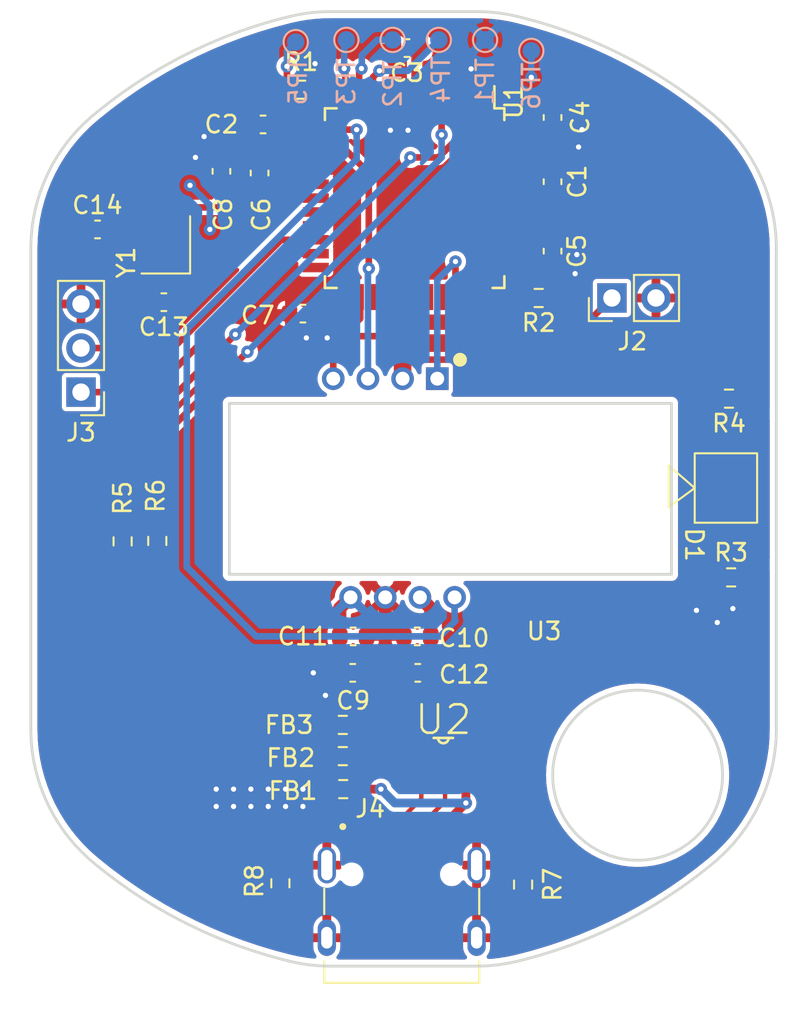
<source format=kicad_pcb>
(kicad_pcb (version 20211014) (generator pcbnew)
  (layers (0 "F.Cu" signal) (31 "B.Cu" signal) (34 "B.Paste" user) (35 "F.Paste" user) (36 "B.SilkS" user "B.Silkscreen") (37 "F.SilkS" user "F.Silkscreen") (38 "B.Mask" user) (39 "F.Mask" user) (44 "Edge.Cuts" user))
  (net 0 "")
  (net 1 "Net-(C1-Pad1)")
  (net 2 "GND")
  (net 3 "RESET")
  (net 4 "Net-(C3-Pad1)")
  (net 5 "VBUS")
  (net 6 "Net-(C10-Pad1)")
  (net 7 "Net-(FB1-Pad2)")
  (net 8 "Net-(FB2-Pad1)")
  (net 9 "Net-(FB2-Pad2)")
  (net 10 "Net-(FB3-Pad1)")
  (net 11 "Net-(FB3-Pad2)")
  (net 12 "ICSP_MISO")
  (net 13 "ICSP_SCLK")
  (net 14 "ICSP_MOSI")
  (net 15 "Net-(J2-Pad1)")
  (net 16 "UART_TX")
  (net 17 "UART_RX")
  (net 18 "Net-(J4-PadA5)")
  (net 21 "Net-(J4-PadB5)")
  (net 22 "Net-(R3-Pad2)")
  (net 23 "Net-(D1-Pad1)")
  (net 24 "USB_DN")
  (net 25 "USB_DP")
  (net 28 "ADNS_SCLK")
  (net 29 "Net-(C13-Pad1)")
  (net 30 "Net-(C14-Pad1)")
  (net 37 "ADNS_CS")
  (net 40 "ADNS_SDIO")
  (footprint "Capacitor_SMD:C_0603_1608Metric" (layer "F.Cu") (at 145.3 106)
    (fp_text reference "C11" (at -2.9 0) (layer "F.SilkS"))
    (fp_text value "10u")
    (pad "1" smd roundrect (at -0.775 0) (size 0.9 0.95) (layers "F.Cu" "F.Paste" "F.Mask") (net 5 "VBUS"))
    (pad "2" smd roundrect (at 0.775 0) (size 0.9 0.95) (layers "F.Cu" "F.Paste" "F.Mask") (net 2 "GND"))
  )
  (footprint "Capacitor_SMD:C_0603_1608Metric" (layer "F.Cu") (at 156.8 79.8 -90)
    (fp_text reference "C1" (at 0 -1.43 90) (layer "F.SilkS"))
    (fp_text value "0.1u")
    (pad "1" smd roundrect (at -0.775 0 270) (size 0.9 0.95) (layers "F.Cu" "F.Paste" "F.Mask") (net 1 "Net-(C1-Pad1)"))
    (pad "2" smd roundrect (at 0.775 0 270) (size 0.9 0.95) (layers "F.Cu" "F.Paste" "F.Mask") (net 2 "GND"))
  )
  (footprint "Resistor_SMD:R_0603_1608Metric" (layer "F.Cu") (at 166.975 92.3 180)
    (fp_text reference "R4" (at 0 -1.43) (layer "F.SilkS"))
    (fp_text value "47")
    (pad "1" smd roundrect (at -0.825 0 180) (size 0.8 0.95) (layers "F.Cu" "F.Paste" "F.Mask") (net 22 "Net-(R3-Pad2)"))
    (pad "2" smd roundrect (at 0.825 0 180) (size 0.8 0.95) (layers "F.Cu" "F.Paste" "F.Mask") (net 23 "Net-(D1-Pad1)"))
  )
  (footprint "Connector_PinHeader_2.54mm:PinHeader_1x02_P2.54mm_Vertical" (layer "F.Cu") (at 160.225 86.5 90)
    (fp_text reference "J2" (at -2.5 1.175) (layer "F.SilkS"))
    (fp_text value "Conn_01x02")
    (pad "1" thru_hole rect (at 0 0 90) (size 1.7 1.7) (drill 1) (layers *.Cu *.Mask) (net 15 "Net-(J2-Pad1)"))
    (pad "2" thru_hole oval (at 0 2.54 90) (size 1.7 1.7) (drill 1) (layers *.Cu *.Mask) (net 2 "GND"))
  )
  (footprint "TYPE-C-31-M-12:HRO_TYPE-C-31-M-12" (layer "F.Cu") (at 148.1 123.3625)
    (fp_text reference "J4" (at -1.825 -7.435) (layer "F.SilkS"))
    (fp_text value "TYPE-C-31-M-12")
    (pad "" np_thru_hole circle locked (at 2.89 -3.65) (size 0.7 0.7) (drill 0.7) (layers *.Cu *.Mask))
    (pad "" np_thru_hole circle locked (at -2.89 -3.65) (size 0.7 0.7) (drill 0.7) (layers *.Cu *.Mask))
    (pad "A1B12" smd rect locked (at -3.25 -5.095) (size 0.6 1.45) (layers "F.Cu" "F.Paste" "F.Mask") (net 2 "GND"))
    (pad "A4B9" smd rect locked (at -2.45 -5.095) (size 0.6 1.45) (layers "F.Cu" "F.Paste" "F.Mask") (net 7 "Net-(FB1-Pad2)"))
    (pad "A5" smd rect locked (at -1.25 -5.095) (size 0.3 1.45) (layers "F.Cu" "F.Paste" "F.Mask") (net 18 "Net-(J4-PadA5)"))
    (pad "A6" smd rect locked (at -0.25 -5.095) (size 0.3 1.45) (layers "F.Cu" "F.Paste" "F.Mask") (net 11 "Net-(FB3-Pad2)"))
    (pad "A7" smd rect locked (at 0.25 -5.095) (size 0.3 1.45) (layers "F.Cu" "F.Paste" "F.Mask") (net 9 "Net-(FB2-Pad2)"))
    (pad "A8" smd rect locked (at 1.25 -5.095) (size 0.3 1.45) (layers "F.Cu" "F.Paste" "F.Mask"))
    (pad "B1A12" smd rect locked (at 3.25 -5.095) (size 0.6 1.45) (layers "F.Cu" "F.Paste" "F.Mask") (net 2 "GND"))
    (pad "B4A9" smd rect locked (at 2.45 -5.095) (size 0.6 1.45) (layers "F.Cu" "F.Paste" "F.Mask") (net 7 "Net-(FB1-Pad2)"))
    (pad "B5" smd rect locked (at 1.75 -5.095) (size 0.3 1.45) (layers "F.Cu" "F.Paste" "F.Mask") (net 21 "Net-(J4-PadB5)"))
    (pad "B6" smd rect locked (at 0.75 -5.095) (size 0.3 1.45) (layers "F.Cu" "F.Paste" "F.Mask") (net 11 "Net-(FB3-Pad2)"))
    (pad "B7" smd rect locked (at -0.75 -5.095) (size 0.3 1.45) (layers "F.Cu" "F.Paste" "F.Mask") (net 9 "Net-(FB2-Pad2)"))
    (pad "B8" smd rect locked (at -1.75 -5.095) (size 0.3 1.45) (layers "F.Cu" "F.Paste" "F.Mask"))
    (pad "S1" thru_hole oval locked (at -4.32 -4.18) (size 1.05 2.1) (drill oval 0.65 1.75) (layers *.Cu *.Mask) (net 2 "GND"))
    (pad "S2" thru_hole oval locked (at 4.32 -4.18) (size 1.05 2.1) (drill oval 0.65 1.75) (layers *.Cu *.Mask) (net 2 "GND"))
    (pad "S3" thru_hole oval locked (at -4.32 0) (size 1.05 2.1) (drill oval 0.65 1.25) (layers *.Cu *.Mask) (net 2 "GND"))
    (pad "S4" thru_hole oval locked (at 4.32 0) (size 1.05 2.1) (drill oval 0.65 1.25) (layers *.Cu *.Mask) (net 2 "GND"))
  )
  (footprint "Resistor_SMD:R_0603_1608Metric" (layer "F.Cu") (at 132 100.525 -90)
    (fp_text reference "R5" (at -2.5 0 90) (layer "F.SilkS"))
    (fp_text value "22")
    (pad "1" smd roundrect (at -0.825 0 270) (size 0.8 0.95) (layers "F.Cu" "F.Paste" "F.Mask") (net 24 "USB_DN"))
    (pad "2" smd roundrect (at 0.825 0 270) (size 0.8 0.95) (layers "F.Cu" "F.Paste" "F.Mask") (net 8 "Net-(FB2-Pad1)"))
  )
  (footprint "IP4220CZ6:SOT95P275X110-6N" (layer "F.Cu") (at 150.5 113.4)
    (fp_text reference "U2" (at 0 -2.6) (layer "F.SilkS") (effects (font (size 1.640094 1.640094))))
    (fp_text value "IP4220CZ6")
    (pad "1" smd rect locked (at -1.27 -0.9398) (size 1.3208 0.5588) (layers "F.Cu" "F.Paste" "F.Mask") (net 11 "Net-(FB3-Pad2)"))
    (pad "2" smd rect locked (at -1.27 0) (size 1.3208 0.5588) (layers "F.Cu" "F.Paste" "F.Mask") (net 2 "GND"))
    (pad "3" smd rect locked (at -1.27 0.9398) (size 1.3208 0.5588) (layers "F.Cu" "F.Paste" "F.Mask") (net 9 "Net-(FB2-Pad2)"))
    (pad "4" smd rect locked (at 1.27 0.9398) (size 1.3208 0.5588) (layers "F.Cu" "F.Paste" "F.Mask") (net 7 "Net-(FB1-Pad2)"))
    (pad "5" smd rect locked (at 1.27 0) (size 1.3208 0.5588) (layers "F.Cu" "F.Paste" "F.Mask") (net 7 "Net-(FB1-Pad2)"))
    (pad "6" smd rect locked (at 1.27 -0.9398) (size 1.3208 0.5588) (layers "F.Cu" "F.Paste" "F.Mask") (net 7 "Net-(FB1-Pad2)"))
  )
  (footprint "Capacitor_SMD:C_0603_1608Metric" (layer "F.Cu") (at 142.4 87.4 180)
    (fp_text reference "C7" (at 2.6 -0.1) (layer "F.SilkS"))
    (fp_text value "0.1u")
    (pad "1" smd roundrect (at -0.775 0 180) (size 0.9 0.95) (layers "F.Cu" "F.Paste" "F.Mask") (net 5 "VBUS"))
    (pad "2" smd roundrect (at 0.775 0 180) (size 0.9 0.95) (layers "F.Cu" "F.Paste" "F.Mask") (net 2 "GND"))
  )
  (footprint "Capacitor_SMD:C_0603_1608Metric" (layer "F.Cu") (at 156.8 76.1 90)
    (fp_text reference "C4" (at 0 1.6 90) (layer "F.SilkS"))
    (fp_text value "0.1u")
    (pad "1" smd roundrect (at -0.775 0 90) (size 0.9 0.95) (layers "F.Cu" "F.Paste" "F.Mask") (net 5 "VBUS"))
    (pad "2" smd roundrect (at 0.775 0 90) (size 0.9 0.95) (layers "F.Cu" "F.Paste" "F.Mask") (net 2 "GND"))
  )
  (footprint "Capacitor_SMD:C_0603_1608Metric" (layer "F.Cu") (at 134.379 86.741 180)
    (fp_text reference "C13" (at 0 -1.43) (layer "F.SilkS"))
    (fp_text value "20p")
    (pad "1" smd roundrect (at -0.775 0 180) (size 0.9 0.95) (layers "F.Cu" "F.Paste" "F.Mask") (net 29 "Net-(C13-Pad1)"))
    (pad "2" smd roundrect (at 0.775 0 180) (size 0.9 0.95) (layers "F.Cu" "F.Paste" "F.Mask") (net 2 "GND"))
  )
  (footprint "Resistor_SMD:R_0603_1608Metric" (layer "F.Cu") (at 155.1 120.3 -90)
    (fp_text reference "R7" (at 0 -1.7 90) (layer "F.SilkS"))
    (fp_text value "5.1k")
    (pad "1" smd roundrect (at -0.825 0 270) (size 0.8 0.95) (layers "F.Cu" "F.Paste" "F.Mask") (net 2 "GND"))
    (pad "2" smd roundrect (at 0.825 0 270) (size 0.8 0.95) (layers "F.Cu" "F.Paste" "F.Mask") (net 21 "Net-(J4-PadB5)"))
  )
  (footprint "Resistor_SMD:R_0603_1608Metric" (layer "F.Cu") (at 134 100.5 -90)
    (fp_text reference "R6" (at -2.6 0.1 90) (layer "F.SilkS"))
    (fp_text value "22")
    (pad "1" smd roundrect (at -0.825 0 270) (size 0.8 0.95) (layers "F.Cu" "F.Paste" "F.Mask") (net 25 "USB_DP"))
    (pad "2" smd roundrect (at 0.825 0 270) (size 0.8 0.95) (layers "F.Cu" "F.Paste" "F.Mask") (net 10 "Net-(FB3-Pad1)"))
  )
  (footprint "Resistor_SMD:R_0603_1608Metric" (layer "F.Cu") (at 144.7 112.9)
    (fp_text reference "FB2" (at -3 0.1) (layer "F.SilkS"))
    (fp_text value "FerriteBead")
    (pad "1" smd roundrect (at -0.825 0) (size 0.8 0.95) (layers "F.Cu" "F.Paste" "F.Mask") (net 8 "Net-(FB2-Pad1)"))
    (pad "2" smd roundrect (at 0.825 0) (size 0.8 0.95) (layers "F.Cu" "F.Paste" "F.Mask") (net 9 "Net-(FB2-Pad2)"))
  )
  (footprint "Capacitor_SMD:C_0603_1608Metric" (layer "F.Cu") (at 145.275 108.1)
    (fp_text reference "C9" (at 0.025 1.6) (layer "F.SilkS"))
    (fp_text value "0.1u")
    (pad "1" smd roundrect (at -0.775 0) (size 0.9 0.95) (layers "F.Cu" "F.Paste" "F.Mask") (net 5 "VBUS"))
    (pad "2" smd roundrect (at 0.775 0) (size 0.9 0.95) (layers "F.Cu" "F.Paste" "F.Mask") (net 2 "GND"))
  )
  (footprint "Resistor_SMD:R_0603_1608Metric" (layer "F.Cu") (at 156 86.5 180)
    (fp_text reference "R2" (at 0 -1.43) (layer "F.SilkS"))
    (fp_text value "10k")
    (pad "1" smd roundrect (at -0.825 0 180) (size 0.8 0.95) (layers "F.Cu" "F.Paste" "F.Mask") (net 5 "VBUS"))
    (pad "2" smd roundrect (at 0.825 0 180) (size 0.8 0.95) (layers "F.Cu" "F.Paste" "F.Mask") (net 15 "Net-(J2-Pad1)"))
  )
  (footprint "Connector_PinHeader_2.54mm:PinHeader_1x03_P2.54mm_Vertical" (layer "F.Cu") (at 129.6 91.925 180)
    (fp_text reference "J3" (at 0 -2.33) (layer "F.SilkS"))
    (fp_text value "Conn_01x03")
    (pad "1" thru_hole rect (at 0 0 180) (size 1.7 1.7) (drill 1) (layers *.Cu *.Mask) (net 16 "UART_TX"))
    (pad "2" thru_hole oval (at 0 2.54 180) (size 1.7 1.7) (drill 1) (layers *.Cu *.Mask) (net 17 "UART_RX"))
    (pad "3" thru_hole oval (at 0 5.08 180) (size 1.7 1.7) (drill 1) (layers *.Cu *.Mask) (net 2 "GND"))
  )
  (footprint "Capacitor_SMD:C_0603_1608Metric" (layer "F.Cu") (at 139.9 79.3 -90)
    (fp_text reference "C6" (at 2.4 -0.1 -270) (layer "F.SilkS"))
    (fp_text value "0.1u")
    (pad "1" smd roundrect (at -0.775 0 270) (size 0.9 0.95) (layers "F.Cu" "F.Paste" "F.Mask") (net 5 "VBUS"))
    (pad "2" smd roundrect (at 0.775 0 270) (size 0.9 0.95) (layers "F.Cu" "F.Paste" "F.Mask") (net 2 "GND"))
  )
  (footprint "Capacitor_SMD:C_0603_1608Metric" (layer "F.Cu") (at 149 106 180)
    (fp_text reference "C10" (at -2.7 -0.1) (layer "F.SilkS"))
    (fp_text value "0.1u")
    (pad "1" smd roundrect (at -0.775 0 180) (size 0.9 0.95) (layers "F.Cu" "F.Paste" "F.Mask") (net 6 "Net-(C10-Pad1)"))
    (pad "2" smd roundrect (at 0.775 0 180) (size 0.9 0.95) (layers "F.Cu" "F.Paste" "F.Mask") (net 2 "GND"))
  )
  (footprint "ADNS-2610:ADNS-2610" (layer "F.Cu") (at 150.15 91.15 180)
    (fp_text reference "U3" (at -6.162605 -14.550665) (layer "F.SilkS") (effects (font (size 1.001992 1.001992))))
    (fp_text value "ADNS-5050")
    (pad "1" thru_hole rect (at 0 0 180) (size 1.308 1.308) (drill 0.8) (layers *.Cu *.Mask) (net 40 "ADNS_SDIO"))
    (pad "2" thru_hole circle (at 2 0 180) (size 1.308 1.308) (drill 0.8) (layers *.Cu *.Mask) (net 23 "Net-(D1-Pad1)"))
    (pad "3" thru_hole circle (at 4 0 180) (size 1.308 1.308) (drill 0.8) (layers *.Cu *.Mask) (net 3 "RESET"))
    (pad "4" thru_hole circle (at 6 0 180) (size 1.308 1.308) (drill 0.8) (layers *.Cu *.Mask) (net 37 "ADNS_CS"))
    (pad "5" thru_hole circle (at 5 -12.6 180) (size 1.308 1.308) (drill 0.8) (layers *.Cu *.Mask) (net 5 "VBUS"))
    (pad "6" thru_hole circle (at 3 -12.6 180) (size 1.308 1.308) (drill 0.8) (layers *.Cu *.Mask) (net 2 "GND"))
    (pad "7" thru_hole circle (at 1 -12.6 180) (size 1.308 1.308) (drill 0.8) (layers *.Cu *.Mask) (net 6 "Net-(C10-Pad1)"))
    (pad "8" thru_hole circle (at -1 -12.6 180) (size 1.308 1.308) (drill 0.8) (layers *.Cu *.Mask) (net 28 "ADNS_SCLK"))
  )
  (footprint "Resistor_SMD:R_0603_1608Metric" (layer "F.Cu") (at 141.1 120.225 -90)
    (fp_text reference "R8" (at -0.125 1.5 90) (layer "F.SilkS"))
    (fp_text value "5.1k")
    (pad "1" smd roundrect (at -0.825 0 270) (size 0.8 0.95) (layers "F.Cu" "F.Paste" "F.Mask") (net 2 "GND"))
    (pad "2" smd roundrect (at 0.825 0 270) (size 0.8 0.95) (layers "F.Cu" "F.Paste" "F.Mask") (net 18 "Net-(J4-PadA5)"))
  )
  (footprint "Resistor_SMD:R_0603_1608Metric" (layer "F.Cu") (at 144.725 114.8)
    (fp_text reference "FB1" (at -2.9 0.1) (layer "F.SilkS"))
    (fp_text value "FerriteBead")
    (pad "1" smd roundrect (at -0.825 0) (size 0.8 0.95) (layers "F.Cu" "F.Paste" "F.Mask") (net 5 "VBUS"))
    (pad "2" smd roundrect (at 0.825 0) (size 0.8 0.95) (layers "F.Cu" "F.Paste" "F.Mask") (net 7 "Net-(FB1-Pad2)"))
  )
  (footprint "Package_QFP:TQFP-44_10x10mm_P0.8mm" (layer "F.Cu") (at 148.844 80.7466 -90)
    (fp_text reference "U1" (at -5.5626 -5.715 90) (layer "F.SilkS"))
    (fp_text value "ATmega32U4RC-A")
    (pad "1" smd rect (at -5.7 -4 270) (size 1.5 0.55) (layers "F.Cu" "F.Paste" "F.Mask"))
    (pad "2" smd rect (at -5.7 -3.2 270) (size 1.5 0.55) (layers "F.Cu" "F.Paste" "F.Mask") (net 5 "VBUS"))
    (pad "3" smd rect (at -5.7 -2.4 270) (size 1.5 0.55) (layers "F.Cu" "F.Paste" "F.Mask") (net 24 "USB_DN"))
    (pad "4" smd rect (at -5.7 -1.6 270) (size 1.5 0.55) (layers "F.Cu" "F.Paste" "F.Mask") (net 25 "USB_DP"))
    (pad "5" smd rect (at -5.7 -0.8 270) (size 1.5 0.55) (layers "F.Cu" "F.Paste" "F.Mask") (net 2 "GND"))
    (pad "6" smd rect (at -5.7 0 270) (size 1.5 0.55) (layers "F.Cu" "F.Paste" "F.Mask") (net 4 "Net-(C3-Pad1)"))
    (pad "7" smd rect (at -5.7 0.8 270) (size 1.5 0.55) (layers "F.Cu" "F.Paste" "F.Mask") (net 5 "VBUS"))
    (pad "8" smd rect (at -5.7 1.6 270) (size 1.5 0.55) (layers "F.Cu" "F.Paste" "F.Mask"))
    (pad "9" smd rect (at -5.7 2.4 270) (size 1.5 0.55) (layers "F.Cu" "F.Paste" "F.Mask") (net 13 "ICSP_SCLK"))
    (pad "10" smd rect (at -5.7 3.2 270) (size 1.5 0.55) (layers "F.Cu" "F.Paste" "F.Mask") (net 14 "ICSP_MOSI"))
    (pad "11" smd rect (at -5.7 4 270) (size 1.5 0.55) (layers "F.Cu" "F.Paste" "F.Mask") (net 12 "ICSP_MISO"))
    (pad "12" smd rect (at -4 5.7) (size 1.5 0.55) (layers "F.Cu" "F.Paste" "F.Mask") (net 28 "ADNS_SCLK"))
    (pad "13" smd rect (at -3.2 5.7) (size 1.5 0.55) (layers "F.Cu" "F.Paste" "F.Mask") (net 3 "RESET"))
    (pad "14" smd rect (at -2.4 5.7) (size 1.5 0.55) (layers "F.Cu" "F.Paste" "F.Mask") (net 5 "VBUS"))
    (pad "15" smd rect (at -1.6 5.7) (size 1.5 0.55) (layers "F.Cu" "F.Paste" "F.Mask") (net 2 "GND"))
    (pad "16" smd rect (at -0.8 5.7) (size 1.5 0.55) (layers "F.Cu" "F.Paste" "F.Mask") (net 30 "Net-(C14-Pad1)"))
    (pad "17" smd rect (at 0 5.7) (size 1.5 0.55) (layers "F.Cu" "F.Paste" "F.Mask") (net 29 "Net-(C13-Pad1)"))
    (pad "18" smd rect (at 0.8 5.7) (size 1.5 0.55) (layers "F.Cu" "F.Paste" "F.Mask"))
    (pad "19" smd rect (at 1.6 5.7) (size 1.5 0.55) (layers "F.Cu" "F.Paste" "F.Mask"))
    (pad "20" smd rect (at 2.4 5.7) (size 1.5 0.55) (layers "F.Cu" "F.Paste" "F.Mask") (net 17 "UART_RX"))
    (pad "21" smd rect (at 3.2 5.7) (size 1.5 0.55) (layers "F.Cu" "F.Paste" "F.Mask") (net 16 "UART_TX"))
    (pad "22" smd rect (at 4 5.7) (size 1.5 0.55) (layers "F.Cu" "F.Paste" "F.Mask"))
    (pad "23" smd rect (at 5.7 4 270) (size 1.5 0.55) (layers "F.Cu" "F.Paste" "F.Mask") (net 2 "GND"))
    (pad "24" smd rect (at 5.7 3.2 270) (size 1.5 0.55) (layers "F.Cu" "F.Paste" "F.Mask") (net 5 "VBUS"))
    (pad "25" smd rect (at 5.7 2.4 270) (size 1.5 0.55) (layers "F.Cu" "F.Paste" "F.Mask"))
    (pad "26" smd rect (at 5.7 1.6 270) (size 1.5 0.55) (layers "F.Cu" "F.Paste" "F.Mask"))
    (pad "27" smd rect (at 5.7 0.8 270) (size 1.5 0.55) (layers "F.Cu" "F.Paste" "F.Mask"))
    (pad "28" smd rect (at 5.7 0 270) (size 1.5 0.55) (layers "F.Cu" "F.Paste" "F.Mask") (net 37 "ADNS_CS"))
    (pad "29" smd rect (at 5.7 -0.8 270) (size 1.5 0.55) (layers "F.Cu" "F.Paste" "F.Mask"))
    (pad "30" smd rect (at 5.7 -1.6 270) (size 1.5 0.55) (layers "F.Cu" "F.Paste" "F.Mask"))
    (pad "31" smd rect (at 5.7 -2.4 270) (size 1.5 0.55) (layers "F.Cu" "F.Paste" "F.Mask") (net 40 "ADNS_SDIO"))
    (pad "32" smd rect (at 5.7 -3.2 270) (size 1.5 0.55) (layers "F.Cu" "F.Paste" "F.Mask"))
    (pad "33" smd rect (at 5.7 -4 270) (size 1.5 0.55) (layers "F.Cu" "F.Paste" "F.Mask") (net 15 "Net-(J2-Pad1)"))
    (pad "34" smd rect (at 4 -5.7) (size 1.5 0.55) (layers "F.Cu" "F.Paste" "F.Mask") (net 5 "VBUS"))
    (pad "35" smd rect (at 3.2 -5.7) (size 1.5 0.55) (layers "F.Cu" "F.Paste" "F.Mask") (net 2 "GND"))
    (pad "36" smd rect (at 2.4 -5.7) (size 1.5 0.55) (layers "F.Cu" "F.Paste" "F.Mask"))
    (pad "37" smd rect (at 1.6 -5.7) (size 1.5 0.55) (layers "F.Cu" "F.Paste" "F.Mask"))
    (pad "38" smd rect (at 0.8 -5.7) (size 1.5 0.55) (layers "F.Cu" "F.Paste" "F.Mask"))
    (pad "39" smd rect (at 0 -5.7) (size 1.5 0.55) (layers "F.Cu" "F.Paste" "F.Mask"))
    (pad "40" smd rect (at -0.8 -5.7) (size 1.5 0.55) (layers "F.Cu" "F.Paste" "F.Mask"))
    (pad "41" smd rect (at -1.6 -5.7) (size 1.5 0.55) (layers "F.Cu" "F.Paste" "F.Mask"))
    (pad "42" smd rect (at -2.4 -5.7) (size 1.5 0.55) (layers "F.Cu" "F.Paste" "F.Mask") (net 1 "Net-(C1-Pad1)"))
    (pad "43" smd rect (at -3.2 -5.7) (size 1.5 0.55) (layers "F.Cu" "F.Paste" "F.Mask") (net 2 "GND"))
    (pad "44" smd rect (at -4 -5.7) (size 1.5 0.55) (layers "F.Cu" "F.Paste" "F.Mask") (net 5 "VBUS"))
  )
  (footprint "Capacitor_SMD:C_0603_1608Metric" (layer "F.Cu") (at 130.556 82.55 180)
    (fp_text reference "C14" (at 0.013 1.397) (layer "F.SilkS"))
    (fp_text value "20p")
    (pad "1" smd roundrect (at -0.775 0 180) (size 0.9 0.95) (layers "F.Cu" "F.Paste" "F.Mask") (net 30 "Net-(C14-Pad1)"))
    (pad "2" smd roundrect (at 0.775 0 180) (size 0.9 0.95) (layers "F.Cu" "F.Paste" "F.Mask") (net 2 "GND"))
  )
  (footprint "Capacitor_SMD:C_0603_1608Metric" (layer "F.Cu") (at 137.7 79.2 -90)
    (fp_text reference "C8" (at 2.5 -0.1 -270) (layer "F.SilkS"))
    (fp_text value "10u")
    (pad "1" smd roundrect (at -0.775 0 270) (size 0.9 0.95) (layers "F.Cu" "F.Paste" "F.Mask") (net 5 "VBUS"))
    (pad "2" smd roundrect (at 0.775 0 270) (size 0.9 0.95) (layers "F.Cu" "F.Paste" "F.Mask") (net 2 "GND"))
  )
  (footprint "Resistor_SMD:R_0603_1608Metric" (layer "F.Cu") (at 144.7 111.1)
    (fp_text reference "FB3" (at -3.1 0) (layer "F.SilkS"))
    (fp_text value "FerriteBead")
    (pad "1" smd roundrect (at -0.825 0) (size 0.8 0.95) (layers "F.Cu" "F.Paste" "F.Mask") (net 10 "Net-(FB3-Pad1)"))
    (pad "2" smd roundrect (at 0.825 0) (size 0.8 0.95) (layers "F.Cu" "F.Paste" "F.Mask") (net 11 "Net-(FB3-Pad2)"))
  )
  (footprint "A67F:A67F" (layer "F.Cu") (at 166.8 97.45 -90)
    (fp_text reference "D1" (at 3.261 1.827 -90 unlocked) (layer "F.SilkS"))
    (fp_text value "LED")
    (pad "1" smd rect (at -1.25 0 270) (size 1.2 3) (layers "F.Cu" "F.Paste" "F.Mask") (net 23 "Net-(D1-Pad1)"))
    (pad "2" smd rect (at 1.25 0 270) (size 1.2 3) (layers "F.Cu" "F.Paste" "F.Mask") (net 5 "VBUS"))
  )
  (footprint "Capacitor_SMD:C_0603_1608Metric" (layer "F.Cu") (at 140.1 76.5 180)
    (fp_text reference "C2" (at 2.4 0) (layer "F.SilkS"))
    (fp_text value "0.1u")
    (pad "1" smd roundrect (at -0.775 0 180) (size 0.9 0.95) (layers "F.Cu" "F.Paste" "F.Mask") (net 3 "RESET"))
    (pad "2" smd roundrect (at 0.775 0 180) (size 0.9 0.95) (layers "F.Cu" "F.Paste" "F.Mask") (net 2 "GND"))
  )
  (footprint "Capacitor_SMD:C_0603_1608Metric" (layer "F.Cu") (at 156.8 83.8 90)
    (fp_text reference "C5" (at 0 1.4 90) (layer "F.SilkS"))
    (fp_text value "0.1u")
    (pad "1" smd roundrect (at -0.775 0 90) (size 0.9 0.95) (layers "F.Cu" "F.Paste" "F.Mask") (net 5 "VBUS"))
    (pad "2" smd roundrect (at 0.775 0 90) (size 0.9 0.95) (layers "F.Cu" "F.Paste" "F.Mask") (net 2 "GND"))
  )
  (footprint "Capacitor_SMD:C_0603_1608Metric" (layer "F.Cu") (at 148.4 72.1 180)
    (fp_text reference "C3" (at 0 -1.43) (layer "F.SilkS"))
    (fp_text value "1u")
    (pad "1" smd roundrect (at -0.775 0 180) (size 0.9 0.95) (layers "F.Cu" "F.Paste" "F.Mask") (net 4 "Net-(C3-Pad1)"))
    (pad "2" smd roundrect (at 0.775 0 180) (size 0.9 0.95) (layers "F.Cu" "F.Paste" "F.Mask") (net 2 "GND"))
  )
  (footprint "Resistor_SMD:R_0603_1608Metric" (layer "F.Cu") (at 142.3 74.5 180)
    (fp_text reference "R1" (at 0 1.6) (layer "F.SilkS"))
    (fp_text value "10k")
    (pad "1" smd roundrect (at -0.825 0 180) (size 0.8 0.95) (layers "F.Cu" "F.Paste" "F.Mask") (net 5 "VBUS"))
    (pad "2" smd roundrect (at 0.825 0 180) (size 0.8 0.95) (layers "F.Cu" "F.Paste" "F.Mask") (net 3 "RESET"))
  )
  (footprint "Capacitor_SMD:C_0603_1608Metric" (layer "F.Cu") (at 149.025 108.1 180)
    (fp_text reference "C12" (at -2.675 -0.1) (layer "F.SilkS"))
    (fp_text value "1u")
    (pad "1" smd roundrect (at -0.775 0 180) (size 0.9 0.95) (layers "F.Cu" "F.Paste" "F.Mask") (net 6 "Net-(C10-Pad1)"))
    (pad "2" smd roundrect (at 0.775 0 180) (size 0.9 0.95) (layers "F.Cu" "F.Paste" "F.Mask") (net 2 "GND"))
  )
  (footprint "Resistor_SMD:R_0603_1608Metric" (layer "F.Cu") (at 167.1 102.6)
    (fp_text reference "R3" (at 0 -1.43) (layer "F.SilkS"))
    (fp_text value "47")
    (pad "1" smd roundrect (at -0.825 0) (size 0.8 0.95) (layers "F.Cu" "F.Paste" "F.Mask") (net 5 "VBUS"))
    (pad "2" smd roundrect (at 0.825 0) (size 0.8 0.95) (layers "F.Cu" "F.Paste" "F.Mask") (net 22 "Net-(R3-Pad2)"))
  )
  (footprint "Crystal:Crystal_SMD_2520-4Pin_2.5x2.0mm" (layer "F.Cu") (at 134.493 83.439 90)
    (fp_text reference "Y1" (at -1.016 -2.286 90) (layer "F.SilkS"))
    (fp_text value "ECS-160-12-30B-AGM-TR")
    (pad "1" smd rect (at -0.875 0.7 90) (size 1.15 1) (layers "F.Cu" "F.Paste" "F.Mask") (net 29 "Net-(C13-Pad1)"))
    (pad "2" smd rect (at 0.875 0.7 90) (size 1.15 1) (layers "F.Cu" "F.Paste" "F.Mask") (net 2 "GND"))
    (pad "3" smd rect (at 0.875 -0.7 90) (size 1.15 1) (layers "F.Cu" "F.Paste" "F.Mask") (net 30 "Net-(C14-Pad1)"))
    (pad "4" smd rect (at -0.875 -0.7 90) (size 1.15 1) (layers "F.Cu" "F.Paste" "F.Mask") (net 2 "GND"))
  )
  (footprint "TestPoint:TestPoint_Pad_D1.0mm" (layer "B.Cu") (at 150.241 71.628 180)
    (fp_text reference "TP4" (at -0.127 -2.286 90) (layer "B.SilkS") (effects (justify mirror)))
    (fp_text value "TestPoint")
    (pad "1" smd circle (at 0 0 180) (size 1 1) (layers "B.Cu" "B.Mask") (net 13 "ICSP_SCLK"))
  )
  (footprint "TestPoint:TestPoint_Pad_D1.0mm" (layer "B.Cu") (at 147.574 71.628 180)
    (fp_text reference "TP2" (at 0 -2.54 90) (layer "B.SilkS") (effects (justify mirror)))
    (fp_text value "TestPoint")
    (pad "1" smd circle (at 0 0 180) (size 1 1) (layers "B.Cu" "B.Mask") (net 14 "ICSP_MOSI"))
  )
  (footprint "TestPoint:TestPoint_Pad_D1.0mm" (layer "B.Cu") (at 152.908 71.628 180)
    (fp_text reference "TP1" (at 0 -2.413 90) (layer "B.SilkS") (effects (justify mirror)))
    (fp_text value "TestPoint")
    (pad "1" smd circle (at 0 0 180) (size 1 1) (layers "B.Cu" "B.Mask") (net 5 "VBUS"))
  )
  (footprint "TestPoint:TestPoint_Pad_D1.0mm" (layer "B.Cu") (at 155.575 72.263 180)
    (fp_text reference "TP6" (at 0 -2.032 90) (layer "B.SilkS") (effects (justify mirror)))
    (fp_text value "TestPoint")
    (pad "1" smd circle (at 0 0 180) (size 1 1) (layers "B.Cu" "B.Mask") (net 2 "GND"))
  )
  (footprint "TestPoint:TestPoint_Pad_D1.0mm" (layer "B.Cu") (at 141.986 71.755 180)
    (fp_text reference "TP5" (at -0.127 -2.286 90) (layer "B.SilkS") (effects (justify mirror)))
    (fp_text value "TestPoint")
    (pad "1" smd circle (at 0 0 180) (size 1 1) (layers "B.Cu" "B.Mask") (net 3 "RESET"))
  )
  (footprint "TestPoint:TestPoint_Pad_D1.0mm" (layer "B.Cu") (at 144.907 71.628 180)
    (fp_text reference "TP3" (at 0 -2.413 90) (layer "B.SilkS") (effects (justify mirror)))
    (fp_text value "TestPoint")
    (pad "1" smd circle (at 0 0 180) (size 1 1) (layers "B.Cu" "B.Mask") (net 12 "ICSP_MISO"))
  )
  (gr_line (start 152.419809 69.998493) (end 143.993811 69.998493) (layer "Edge.Cuts") (width 0.16))
  (gr_line (start 163.656811 102.423492) (end 163.656811 92.573494) (layer "Edge.Cuts") (width 0.16))
  (gr_arc (start 141.65281 124.720493) (mid 135.659545 122.52936) (end 130.31781 119.038493) (layer "Edge.Cuts") (width 0.16))
  (gr_arc (start 152.419809 69.998493) (mid 153.598508 70.068457) (end 154.760811 70.276493) (layer "Edge.Cuts") (width 0.16))
  (gr_line (start 138.15681 102.423492) (end 163.656811 102.423492) (layer "Edge.Cuts") (width 0.16))
  (gr_arc (start 166.09581 119.038493) (mid 160.754075 122.52936) (end 154.760811 124.720493) (layer "Edge.Cuts") (width 0.16))
  (gr_arc (start 154.760811 70.276493) (mid 160.754074 72.467627) (end 166.09581 75.958492) (layer "Edge.Cuts") (width 0.16))
  (gr_line (start 163.656811 92.573494) (end 138.15681 92.573494) (layer "Edge.Cuts") (width 0.16))
  (gr_arc (start 143.993811 124.998493) (mid 142.815112 124.928529) (end 141.65281 124.720493) (layer "Edge.Cuts") (width 0.16))
  (gr_line (start 143.993811 124.998493) (end 152.419809 124.998493) (layer "Edge.Cuts") (width 0.16))
  (gr_arc (start 130.31781 75.958492) (mid 135.659546 72.467627) (end 141.65281 70.276493) (layer "Edge.Cuts") (width 0.16))
  (gr_line (start 126.70681 83.651493) (end 126.70681 111.345493) (layer "Edge.Cuts") (width 0.16))
  (gr_arc (start 130.31781 119.038493) (mid 127.654425 115.594674) (end 126.70681 111.345493) (layer "Edge.Cuts") (width 0.16))
  (gr_arc (start 166.09581 75.958492) (mid 168.759193 79.402313) (end 169.70681 83.651493) (layer "Edge.Cuts") (width 0.16))
  (gr_line (start 169.70681 111.345493) (end 169.70681 83.651493) (layer "Edge.Cuts") (width 0.16))
  (gr_arc (start 169.70681 111.345493) (mid 168.759193 115.594673) (end 166.09581 119.038493) (layer "Edge.Cuts") (width 0.16))
  (gr_line (start 138.15681 92.573494) (end 138.15681 102.423492) (layer "Edge.Cuts") (width 0.16))
  (gr_arc (start 154.760811 124.720493) (mid 153.598508 124.928529) (end 152.419809 124.998493) (layer "Edge.Cuts") (width 0.16))
  (gr_circle (center 161.706809 113.998492) (end 156.806808 113.998492) (layer "Edge.Cuts") (width 0.16) (fill none))
  (gr_arc (start 141.65281 70.276493) (mid 142.815112 70.068457) (end 143.993811 69.998493) (layer "Edge.Cuts") (width 0.16))
  (gr_arc (start 126.70681 83.651493) (mid 127.654425 79.402312) (end 130.31781 75.958492) (layer "Edge.Cuts") (width 0.16))
  (segment (start 154.544 78.3466) (end 156.1216 78.3466) (width 0.381) (layer "F.Cu") (net 1))
  (segment (start 156.1216 78.3466) (end 156.8 79.025) (width 0.381) (layer "F.Cu") (net 1))
  (segment (start 148.225 108.075) (end 148.25 108.1) (width 0.762) (layer "F.Cu") (net 2))
  (segment (start 147.15 104.925) (end 148.225 106) (width 0.762) (layer "F.Cu") (net 2))
  (segment (start 146.075 106) (end 146.075 108.075) (width 0.762) (layer "F.Cu") (net 2))
  (segment (start 147.15 104.925) (end 146.075 106) (width 0.762) (layer "F.Cu") (net 2))
  (segment (start 146.075 108.075) (end 146.05 108.1) (width 0.762) (layer "F.Cu") (net 2))
  (segment (start 155.8784 83.9466) (end 156.8 83.025) (width 0.381) (layer "F.Cu") (net 2))
  (segment (start 148.225 106) (end 148.225 108.075) (width 0.762) (layer "F.Cu") (net 2))
  (segment (start 147.15 103.75) (end 147.15 104.925) (width 0.762) (layer "F.Cu") (net 2))
  (segment (start 135.193 82.564) (end 137.019 82.564) (width 0.381) (layer "F.Cu") (net 2))
  (segment (start 137.8 80.075) (end 137.7 79.975) (width 0.508) (layer "F.Cu") (net 2))
  (segment (start 137.019 82.564) (end 137.033 82.55) (width 0.381) (layer "F.Cu") (net 2))
  (segment (start 154.544 83.9466) (end 155.8784 83.9466) (width 0.381) (layer "F.Cu") (net 2))
  (segment (start 139.9 80.075) (end 137.8 80.075) (width 0.508) (layer "F.Cu") (net 2))
  (via (at 135.89 80.01) (size 0.7112) (drill 0.3048) (layers "F.Cu" "B.Cu") (net 2))
  (via (at 155.575 73.787) (size 0.7112) (drill 0.3048) (layers "F.Cu" "B.Cu") (net 2))
  (via (at 137.033 82.55) (size 0.7112) (drill 0.3048) (layers "F.Cu" "B.Cu") (net 2))
  (segment (start 137.033 81.153) (end 135.89 80.01) (width 0.381) (layer "B.Cu") (net 2))
  (segment (start 137.033 82.55) (end 137.033 81.153) (width 0.381) (layer "B.Cu") (net 2))
  (segment (start 155.575 72.263) (end 155.575 73.787) (width 0.381) (layer "B.Cu") (net 2))
  (segment (start 140.875 75.1) (end 141.475 74.5) (width 0.381) (layer "F.Cu") (net 3))
  (segment (start 146.2 79.3) (end 144.4466 77.5466) (width 0.381) (layer "F.Cu") (net 3))
  (segment (start 140.875 76.5) (end 140.875 75.1) (width 0.381) (layer "F.Cu") (net 3))
  (segment (start 146.2 84.8) (end 146.2 79.3) (width 0.381) (layer "F.Cu") (net 3))
  (segment (start 144.4466 77.5466) (end 143.144 77.5466) (width 0.381) (layer "F.Cu") (net 3))
  (segment (start 141.475 73.155) (end 141.478 73.152) (width 0.381) (layer "F.Cu") (net 3))
  (segment (start 141.9216 77.5466) (end 140.875 76.5) (width 0.381) (layer "F.Cu") (net 3))
  (segment (start 143.144 77.5466) (end 141.9216 77.5466) (width 0.381) (layer "F.Cu") (net 3))
  (segment (start 141.475 74.5) (end 141.475 73.155) (width 0.381) (layer "F.Cu") (net 3))
  (via (at 141.478 73.152) (size 0.7112) (drill 0.3048) (layers "F.Cu" "B.Cu") (net 3))
  (via (at 146.2 84.8) (size 0.7112) (drill 0.3048) (layers "F.Cu" "B.Cu") (net 3))
  (segment (start 146.15 84.85) (end 146.2 84.8) (width 0.381) (layer "B.Cu") (net 3))
  (segment (start 141.478 73.152) (end 141.478 72.263) (width 0.381) (layer "B.Cu") (net 3))
  (segment (start 141.478 72.263) (end 141.986 71.755) (width 0.381) (layer "B.Cu") (net 3))
  (segment (start 146.15 91.15) (end 146.15 84.85) (width 0.381) (layer "B.Cu") (net 3))
  (segment (start 148.844 75.0466) (end 148.844 72.431) (width 0.381) (layer "F.Cu") (net 4))
  (segment (start 148.844 72.431) (end 149.175 72.1) (width 0.381) (layer "F.Cu") (net 4))
  (segment (start 157.375 76.875) (end 158.3 77.8) (width 0.762) (layer "F.Cu") (net 5))
  (segment (start 139.9 78.525) (end 141.275 78.525) (width 0.762) (layer "F.Cu") (net 5))
  (segment (start 143.144 78.3466) (end 141.4534 78.3466) (width 0.381) (layer "F.Cu") (net 5))
  (segment (start 144.525 104.375) (end 144.525 106) (width 0.762) (layer "F.Cu") (net 5))
  (segment (start 137.7 78.2) (end 136.7 77.2) (width 0.762) (layer "F.Cu") (net 5))
  (segment (start 143.125 73.025) (end 143.1 73) (width 0.508) (layer "F.Cu") (net 5))
  (segment (start 148.044 75.0466) (end 148.044 76.238) (width 0.381) (layer "F.Cu") (net 5))
  (segment (start 141.275 78.525) (end 141.4 78.4) (width 0.762) (layer "F.Cu") (net 5))
  (segment (start 144.5 108.1) (end 144.5 108.6) (width 0.762) (layer "F.Cu") (net 5))
  (segment (start 139.8 78.425) (end 139.9 78.525) (width 0.762) (layer "F.Cu") (net 5))
  (segment (start 143.175 87.4) (end 143.175 88.225) (width 0.508) (layer "F.Cu") (net 5))
  (segment (start 166.275 105.175) (end 166.3 105.2) (width 1.016) (layer "F.Cu") (net 5))
  (segment (start 144.5 108.6) (end 143.7 109.4) (width 0.762) (layer "F.Cu") (net 5))
  (segment (start 166.275 102.6) (end 166.275 103.475) (width 1.016) (layer "F.Cu") (net 5))
  (segment (start 148.044 75.0466) (end 148.044 76.416) (width 0.381) (layer "F.Cu") (net 5))
  (segment (start 143.175 87.4) (end 143.175 88.175) (width 0.508) (layer "F.Cu") (net 5))
  (segment (start 144.5 106.025) (end 144.525 106) (width 0.762) (layer "F.Cu") (net 5))
  (segment (start 158.425 76.875) (end 158.5 76.8) (width 0.762) (layer "F.Cu") (net 5))
  (segment (start 156.825 84.6) (end 156.8 84.575) (width 0.508) (layer "F.Cu") (net 5))
  (segment (start 156.8 84.575) (end 157.575 84.575) (width 0.508) (layer "F.Cu") (net 5))
  (segment (start 156.8 76.875) (end 157.375 76.875) (width 0.762) (layer "F.Cu") (net 5))
  (segment (start 152.044 73.356) (end 152.1 73.3) (width 0.508) (layer "F.Cu") (net 5))
  (segment (start 145.4 87.9) (end 143.675 87.9) (width 0.508) (layer "F.Cu") (net 5))
  (segment (start 156.8 76.875) (end 158.425 76.875) (width 0.762) (layer "F.Cu") (net 5))
  (segment (start 143.675 87.9) (end 143.175 87.4) (width 0.508) (layer "F.Cu") (net 5))
  (segment (start 144.5 108.1) (end 143 108.1) (width 0.762) (layer "F.Cu") (net 5))
  (segment (start 166.275 102.6) (end 166.275 105.175) (width 1.016) (layer "F.Cu") (net 5))
  (segment (start 166.275 103.325) (end 165.1 104.5) (width 1.016) (layer "F.Cu") (net 5))
  (segment (start 145.644 86.4466) (end 145.644 87.656) (width 0.508) (layer "F.Cu") (net 5))
  (segment (start 154.544 84.7466) (end 156.6284 84.7466) (width 0.508) (layer "F.Cu") (net 5))
  (segment (start 137.7 78.425) (end 136.225 78.425) (width 0.762) (layer "F.Cu") (net 5))
  (segment (start 166.275 99.225) (end 166.8 98.7) (width 1.016) (layer "F.Cu") (net 5))
  (segment (start 137.7 78.425) (end 137.7 78.2) (width 0.762) (layer "F.Cu") (net 5))
  (segment (start 152.044 75.0466) (end 152.044 73.356) (width 0.508) (layer "F.Cu") (net 5))
  (segment (start 143.125 74.5) (end 143.125 73.025) (width 0.508) (layer "F.Cu") (net 5))
  (segment (start 156.825 86.5) (end 156.825 84.6) (width 0.508) (layer "F.Cu") (net 5))
  (segment (start 166.275 102.6) (end 166.275 103.325) (width 1.016) (layer "F.Cu") (net 5))
  (segment (start 166.275 102.6) (end 166.275 99.225) (width 1.016) (layer "F.Cu") (net 5))
  (segment (start 154.544 76.7466) (end 156.6716 76.7466) (width 0.381) (layer "F.Cu") (net 5))
  (segment (start 141.4534 78.3466) (end 141.4 78.4) (width 0.381) (layer "F.Cu") (net 5))
  (segment (start 145.15 103.75) (end 144.525 104.375) (width 0.762) (layer "F.Cu") (net 5))
  (segment (start 156.6716 76.7466) (end 156.8 76.875) (width 0.381) (layer "F.Cu") (net 5))
  (segment (start 166.275 103.475) (end 167.2 104.4) (width 1.016) (layer "F.Cu") (net 5))
  (segment (start 148.044 76.238) (end 147.447 76.835) (width 0.381) (layer "F.Cu") (net 5))
  (segment (start 137.7 78.425) (end 139.8 78.425) (width 0.762) (layer "F.Cu") (net 5))
  (segment (start 156.6284 84.7466) (end 156.8 84.575) (width 0.508) (layer "F.Cu") (net 5))
  (segment (start 157.575 84.575) (end 158.1 85.1) (width 0.508) (layer "F.Cu") (net 5))
  (segment (start 143.175 88.225) (end 142.6 88.8) (width 0.508) (layer "F.Cu") (net 5))
  (segment (start 157.625 84.575) (end 158.2 84) (width 0.508) (layer "F.Cu") (net 5))
  (segment (start 143.175 88.175) (end 143.8 88.8) (width 0.508) (layer "F.Cu") (net 5))
  (segment (start 148.044 76.416) (end 148.463 76.835) (width 0.381) (layer "F.Cu") (net 5))
  (segment (start 136.225 78.425) (end 136.2 78.4) (width 0.762) (layer "F.Cu") (net 5))
  (segment (start 156.8 84.575) (end 157.625 84.575) (width 0.508) (layer "F.Cu") (net 5))
  (segment (start 145.644 87.656) (end 145.4 87.9) (width 0.508) (layer "F.Cu") (net 5))
  (segment (start 144.5 108.1) (end 144.5 106.025) (width 0.762) (layer "F.Cu") (net 5))
  (via (at 148.463 76.835) (size 0.7112) (drill 0.3048) (layers "F.Cu" "B.Cu") (net 5))
  (via (at 147.447 76.835) (size 0.7112) (drill 0.3048) (layers "F.Cu" "B.Cu") (net 5))
  (via (at 141.4 114.8) (size 0.7112) (drill 0.3048) (layers "F.Cu" "B.Cu") (net 5))
  (via (at 137.4 114.8) (size 0.7112) (drill 0.3048) (layers "F.Cu" "B.Cu") (net 5))
  (via (at 139.4 115.8) (size 0.7112) (drill 0.3048) (layers "F.Cu" "B.Cu") (net 5))
  (via (at 158.5 76.8) (size 0.7112) (drill 0.3048) (layers "F.Cu" "B.Cu") (net 5))
  (via (at 138.4 115.8) (size 0.7112) (drill 0.3048) (layers "F.Cu" "B.Cu") (net 5))
  (via (at 140.4 115.8) (size 0.7112) (drill 0.3048) (layers "F.Cu" "B.Cu") (net 5))
  (via (at 152.1 73.3) (size 0.7112) (drill 0.3048) (layers "F.Cu" "B.Cu") (net 5))
  (via (at 143.7 109.4) (size 0.7112) (drill 0.3048) (layers "F.Cu" "B.Cu") (net 5))
  (via (at 141.4 115.8) (size 0.7112) (drill 0.3048) (layers "F.Cu" "B.Cu") (net 5))
  (via (at 158.1 85.1) (size 0.7112) (drill 0.3048) (layers "F.Cu" "B.Cu") (net 5))
  (via (at 158.2 84) (size 0.7112) (drill 0.3048) (layers "F.Cu" "B.Cu") (net 5))
  (via (at 167.2 104.4) (size 0.7112) (drill 0.3048) (layers "F.Cu" "B.Cu") (net 5))
  (via (at 137.4 115.8) (size 0.7112) (drill 0.3048) (layers "F.Cu" "B.Cu") (net 5))
  (via (at 142.4 114.8) (size 0.7112) (drill 0.3048) (layers "F.Cu" "B.Cu") (net 5))
  (via (at 142.6 88.8) (size 0.7112) (drill 0.3048) (layers "F.Cu" "B.Cu") (net 5))
  (via (at 140.4 114.8) (size 0.7112) (drill 0.3048) (layers "F.Cu" "B.Cu") (net 5))
  (via (at 165.1 104.5) (size 0.7112) (drill 0.3048) (layers "F.Cu" "B.Cu") (net 5))
  (via (at 143 108.1) (size 0.7112) (drill 0.3048) (layers "F.Cu" "B.Cu") (net 5))
  (via (at 139.4 114.8) (size 0.7112) (drill 0.3048) (layers "F.Cu" "B.Cu") (net 5))
  (via (at 158.3 77.8) (size 0.7112) (drill 0.3048) (layers "F.Cu" "B.Cu") (net 5))
  (via (at 138.4 114.8) (size 0.7112) (drill 0.3048) (layers "F.Cu" "B.Cu") (net 5))
  (via (at 142.4 115.8) (size 0.7112) (drill 0.3048) (layers "F.Cu" "B.Cu") (net 5))
  (via (at 166.3 105.2) (size 0.7112) (drill 0.3048) (layers "F.Cu" "B.Cu") (net 5))
  (via (at 143.8 88.8) (size 0.7112) (drill 0.3048) (layers "F.Cu" "B.Cu") (net 5))
  (via (at 136.2 78.4) (size 0.7112) (drill 0.3048) (layers "F.Cu" "B.Cu") (net 5))
  (via (at 136.7 77.2) (size 0.7112) (drill 0.3048) (layers "F.Cu" "B.Cu") (net 5))
  (via (at 143.1 73) (size 0.7112) (drill 0.3048) (layers "F.Cu" "B.Cu") (net 5))
  (segment (start 149.775 106) (end 149.775 108.075) (width 0.762) (layer "F.Cu") (net 6))
  (segment (start 149.775 104.375) (end 149.775 106) (width 0.762) (layer "F.Cu") (net 6))
  (segment (start 149.15 103.75) (end 149.775 104.375) (width 0.762) (layer "F.Cu") (net 6))
  (segment (start 149.775 108.075) (end 149.8 108.1) (width 0.762) (layer "F.Cu") (net 6))
  (segment (start 145.65 114.9) (end 145.55 114.8) (width 0.508) (layer "F.Cu") (net 7))
  (segment (start 145.65 118.2675) (end 145.65 114.9) (width 0.508) (layer "F.Cu") (net 7))
  (segment (start 151.77 112.4602) (end 151.77 113.4) (width 0.508) (layer "F.Cu") (net 7))
  (segment (start 145.55 114.8) (end 146.9 114.8) (width 0.508) (layer "F.Cu") (net 7))
  (segment (start 151.77 113.4) (end 151.77 114.3398) (width 0.508) (layer "F.Cu") (net 7))
  (segment (start 151.8 115.6) (end 151.8 114.3698) (width 0.508) (layer "F.Cu") (net 7))
  (segment (start 150.55 116.85) (end 151.8 115.6) (width 0.508) (layer "F.Cu") (net 7))
  (segment (start 151.8 114.3698) (end 151.77 114.3398) (width 0.508) (layer "F.Cu") (net 7))
  (segment (start 150.55 118.2675) (end 150.55 116.85) (width 0.508) (layer "F.Cu") (net 7))
  (via (at 146.9 114.8) (size 0.7112) (drill 0.3048) (layers "F.Cu" "B.Cu") (net 7))
  (via (at 151.8 115.6) (size 0.7112) (drill 0.3048) (layers "F.Cu" "B.Cu") (net 7))
  (segment (start 146.9 114.8) (end 147.7 115.6) (width 0.508) (layer "B.Cu") (net 7))
  (segment (start 147.7 115.6) (end 151.8 115.6) (width 0.508) (layer "B.Cu") (net 7))
  (segment (start 140.1 112.9) (end 132 104.8) (width 0.254) (layer "F.Cu") (net 8))
  (segment (start 143.875 112.9) (end 140.1 112.9) (width 0.254) (layer "F.Cu") (net 8))
  (segment (start 132 104.8) (end 132 101.35) (width 0.254) (layer "F.Cu") (net 8))
  (segment (start 149.23 114.3398) (end 148.0398 114.3398) (width 0.254) (layer "F.Cu") (net 9))
  (segment (start 147.35 118.2675) (end 147.35 117.2385) (width 0.254) (layer "F.Cu") (net 9))
  (segment (start 148.0398 114.3398) (end 146.6 112.9) (width 0.254) (layer "F.Cu") (net 9))
  (segment (start 147.9 116.8) (end 148.35 117.25) (width 0.254) (layer "F.Cu") (net 9))
  (segment (start 147.35 117.2385) (end 147.7885 116.8) (width 0.254) (layer "F.Cu") (net 9))
  (segment (start 147.7885 116.8) (end 147.9 116.8) (width 0.254) (layer "F.Cu") (net 9))
  (segment (start 149.23 115.3585) (end 149.23 114.3398) (width 0.254) (layer "F.Cu") (net 9))
  (segment (start 147.7885 116.8) (end 149.23 115.3585) (width 0.254) (layer "F.Cu") (net 9))
  (segment (start 146.6 112.9) (end 145.525 112.9) (width 0.254) (layer "F.Cu") (net 9))
  (segment (start 148.35 117.25) (end 148.35 118.2675) (width 0.254) (layer "F.Cu") (net 9))
  (segment (start 143.875 111.1) (end 140.9 111.1) (width 0.254) (layer "F.Cu") (net 10))
  (segment (start 140.9 111.1) (end 134 104.2) (width 0.254) (layer "F.Cu") (net 10))
  (segment (start 134 104.2) (end 134 101.325) (width 0.254) (layer "F.Cu") (net 10))
  (segment (start 147.85 119.2965) (end 148.2535 119.7) (width 0.254) (layer "F.Cu") (net 11))
  (segment (start 149.884 112.4602) (end 149.23 112.4602) (width 0.254) (layer "F.Cu") (net 11))
  (segment (start 150.6 113.1762) (end 149.884 112.4602) (width 0.254) (layer "F.Cu") (net 11))
  (segment (start 148.85 117.25) (end 150.6 115.5) (width 0.254) (layer "F.Cu") (net 11))
  (segment (start 148.2535 119.7) (end 148.4 119.7) (width 0.254) (layer "F.Cu") (net 11))
  (segment (start 148.85 119.25) (end 148.85 118.2675) (width 0.254) (layer "F.Cu") (net 11))
  (segment (start 149.23 112.4602) (end 148.3602 112.4602) (width 0.254) (layer "F.Cu") (net 11))
  (segment (start 148.3602 112.4602) (end 147 111.1) (width 0.254) (layer "F.Cu") (net 11))
  (segment (start 148.85 118.2675) (end 148.85 117.25) (width 0.254) (layer "F.Cu") (net 11))
  (segment (start 147 111.1) (end 145.525 111.1) (width 0.254) (layer "F.Cu") (net 11))
  (segment (start 147.85 118.2675) (end 147.85 119.2965) (width 0.254) (layer "F.Cu") (net 11))
  (segment (start 148.4 119.7) (end 148.85 119.25) (width 0.254) (layer "F.Cu") (net 11))
  (segment (start 150.6 115.5) (end 150.6 113.1762) (width 0.254) (layer "F.Cu") (net 11))
  (segment (start 144.844 75.0466) (end 144.844 73.343) (width 0.381) (layer "F.Cu") (net 12))
  (segment (start 144.844 73.343) (end 144.78 73.279) (width 0.381) (layer "F.Cu") (net 12))
  (via (at 144.78 73.279) (size 0.7112) (drill 0.3048) (layers "F.Cu" "B.Cu") (net 12))
  (segment (start 144.78 71.755) (end 144.907 71.628) (width 0.381) (layer "B.Cu") (net 12))
  (segment (start 144.78 73.279) (end 144.78 71.755) (width 0.381) (layer "B.Cu") (net 12))
  (segment (start 146.444 73.774) (end 146.812 73.406) (width 0.381) (layer "F.Cu") (net 13))
  (segment (start 146.444 75.0466) (end 146.444 73.774) (width 0.381) (layer "F.Cu") (net 13))
  (via (at 146.812 73.406) (size 0.7112) (drill 0.3048) (layers "F.Cu" "B.Cu") (net 13))
  (segment (start 148.463 73.406) (end 150.241 71.628) (width 0.381) (layer "B.Cu") (net 13))
  (segment (start 146.812 73.406) (end 148.463 73.406) (width 0.381) (layer "B.Cu") (net 13))
  (segment (start 145.644 73.414503) (end 145.779503 73.279) (width 0.381) (layer "F.Cu") (net 14))
  (segment (start 145.644 75.0466) (end 145.644 73.414503) (width 0.381) (layer "F.Cu") (net 14))
  (via (at 145.779503 73.279) (size 0.7112) (drill 0.3048) (layers "F.Cu" "B.Cu") (net 14))
  (segment (start 146.685 71.628) (end 147.574 71.628) (width 0.381) (layer "B.Cu") (net 14))
  (segment (start 145.796 72.517) (end 146.685 71.628) (width 0.381) (layer "B.Cu") (net 14))
  (segment (start 145.779503 73.279) (end 145.796 73.262503) (width 0.381) (layer "B.Cu") (net 14))
  (segment (start 145.796 73.262503) (end 145.796 72.517) (width 0.381) (layer "B.Cu") (net 14))
  (segment (start 155.1216 86.4466) (end 155.175 86.5) (width 0.381) (layer "F.Cu") (net 15))
  (segment (start 156.3 88) (end 158.725 88) (width 0.381) (layer "F.Cu") (net 15))
  (segment (start 158.725 88) (end 160.225 86.5) (width 0.381) (layer "F.Cu") (net 15))
  (segment (start 152.844 86.4466) (end 155.1216 86.4466) (width 0.381) (layer "F.Cu") (net 15))
  (segment (start 155.175 86.5) (end 155.175 86.875) (width 0.381) (layer "F.Cu") (net 15))
  (segment (start 155.175 86.875) (end 156.3 88) (width 0.381) (layer "F.Cu") (net 15))
  (segment (start 129.6 91.925) (end 133.675 91.925) (width 0.381) (layer "F.Cu") (net 16))
  (segment (start 141.7466 83.9466) (end 143.144 83.9466) (width 0.381) (layer "F.Cu") (net 16))
  (segment (start 141.7 83.9) (end 141.7466 83.9466) (width 0.381) (layer "F.Cu") (net 16))
  (segment (start 133.675 91.925) (end 141.7 83.9) (width 0.381) (layer "F.Cu") (net 16))
  (segment (start 134.915 89.385) (end 141.2 83.1) (width 0.381) (layer "F.Cu") (net 17))
  (segment (start 141.2 83.1) (end 141.2466 83.1466) (width 0.381) (layer "F.Cu") (net 17))
  (segment (start 129.6 89.385) (end 134.915 89.385) (width 0.381) (layer "F.Cu") (net 17))
  (segment (start 141.2466 83.1466) (end 143.144 83.1466) (width 0.381) (layer "F.Cu") (net 17))
  (segment (start 145.55 121.05) (end 146.85 119.75) (width 0.254) (layer "F.Cu") (net 18))
  (segment (start 141.1 121.05) (end 145.55 121.05) (width 0.254) (layer "F.Cu") (net 18))
  (segment (start 146.85 119.75) (end 146.85 118.2675) (width 0.254) (layer "F.Cu") (net 18))
  (segment (start 149.85 120.25) (end 150.725 121.125) (width 0.254) (layer "F.Cu") (net 21))
  (segment (start 150.725 121.125) (end 155.1 121.125) (width 0.254) (layer "F.Cu") (net 21))
  (segment (start 149.85 118.2675) (end 149.85 120.25) (width 0.254) (layer "F.Cu") (net 21))
  (segment (start 167.8 92.3) (end 169.07181 93.57181) (width 0.508) (layer "F.Cu") (net 22))
  (segment (start 169.07181 93.57181) (end 169.07181 101.45319) (width 0.508) (layer "F.Cu") (net 22))
  (segment (start 169.07181 101.45319) (end 167.925 102.6) (width 0.508) (layer "F.Cu") (net 22))
  (segment (start 148.15 90.05) (end 149.1 89.1) (width 1.016) (layer "F.Cu") (net 23))
  (segment (start 148.15 91.15) (end 148.15 90.05) (width 1.016) (layer "F.Cu") (net 23))
  (segment (start 164.45 90.6) (end 166.15 92.3) (width 1.016) (layer "F.Cu") (net 23))
  (segment (start 154.1 89.1) (end 155.6 90.6) (width 1.016) (layer "F.Cu") (net 23))
  (segment (start 166.15 95.55) (end 166.8 96.2) (width 1.016) (layer "F.Cu") (net 23))
  (segment (start 155.6 90.6) (end 164.45 90.6) (width 1.016) (layer "F.Cu") (net 23))
  (segment (start 166.15 92.3) (end 166.15 95.55) (width 1.016) (layer "F.Cu") (net 23))
  (segment (start 149.1 89.1) (end 154.1 89.1) (width 1.016) (layer "F.Cu") (net 23))
  (segment (start 148.6 78.4) (end 150.217936 78.4) (width 0.381) (layer "F.Cu") (net 24))
  (segment (start 150.217936 78.4) (end 151.244 77.373936) (width 0.381) (layer "F.Cu") (net 24))
  (segment (start 132 95.1) (end 138.5 88.6) (width 0.381) (layer "F.Cu") (net 24))
  (segment (start 132 99.7) (end 132 95.1) (width 0.381) (layer "F.Cu") (net 24))
  (segment (start 151.244 77.373936) (end 151.244 75.0466) (width 0.381) (layer "F.Cu") (net 24))
  (via (at 138.5 88.6) (size 0.7112) (drill 0.3048) (layers "F.Cu" "B.Cu") (net 24))
  (via (at 148.6 78.4) (size 0.7112) (drill 0.3048) (layers "F.Cu" "B.Cu") (net 24))
  (segment (start 138.5 88.6) (end 148.6 78.5) (width 0.381) (layer "B.Cu") (net 24))
  (segment (start 148.6 78.5) (end 148.6 78.4) (width 0.381) (layer "B.Cu") (net 24))
  (segment (start 150.4 77.1) (end 150.4 75.0906) (width 0.381) (layer "F.Cu") (net 25))
  (segment (start 134 99.675) (end 134 94.8) (width 0.381) (layer "F.Cu") (net 25))
  (segment (start 150.4 75.0906) (end 150.444 75.0466) (width 0.381) (layer "F.Cu") (net 25))
  (segment (start 134 94.8) (end 139.2 89.6) (width 0.381) (layer "F.Cu") (net 25))
  (via (at 150.4 77.1) (size 0.7112) (drill 0.3048) (layers "F.Cu" "B.Cu") (net 25))
  (via (at 139.2 89.6) (size 0.7112) (drill 0.3048) (layers "F.Cu" "B.Cu") (net 25))
  (segment (start 139.2 89.6) (end 150.4 78.4) (width 0.381) (layer "B.Cu") (net 25))
  (segment (start 150.4 78.4) (end 150.4 77.1) (width 0.381) (layer "B.Cu") (net 25))
  (segment (start 143.1974 76.8) (end 143.144 76.7466) (width 0.381) (layer "F.Cu") (net 28))
  (segment (start 145.5 76.8) (end 143.1974 76.8) (width 0.381) (layer "F.Cu") (net 28))
  (via (at 145.5 76.8) (size 0.7112) (drill 0.3048) (layers "F.Cu" "B.Cu") (net 28))
  (segment (start 151.2 105.1) (end 151.15 105.05) (width 0.381) (layer "B.Cu") (net 28))
  (segment (start 139.7 106) (end 150.3 106) (width 0.381) (layer "B.Cu") (net 28))
  (segment (start 145.5 76.8) (end 145.5 78.5) (width 0.381) (layer "B.Cu") (net 28))
  (segment (start 145.5 78.5) (end 135.7 88.3) (width 0.381) (layer "B.Cu") (net 28))
  (segment (start 135.7 88.3) (end 135.7 102) (width 0.381) (layer "B.Cu") (net 28))
  (segment (start 150.3 106) (end 151.2 105.1) (width 0.381) (layer "B.Cu") (net 28))
  (segment (start 151.15 105.05) (end 151.15 103.75) (width 0.381) (layer "B.Cu") (net 28))
  (segment (start 135.7 102) (end 139.7 106) (width 0.381) (layer "B.Cu") (net 28))
  (segment (start 135.193 84.314) (end 138.5706 84.314) (width 0.381) (layer "F.Cu") (net 29))
  (segment (start 142.138 80.7466) (end 143.144 80.7466) (width 0.381) (layer "F.Cu") (net 29))
  (segment (start 135.193 84.314) (end 135.193 86.702) (width 0.381) (layer "F.Cu") (net 29))
  (segment (start 138.5706 84.314) (end 142.138 80.7466) (width 0.381) (layer "F.Cu") (net 29))
  (segment (start 135.193 86.702) (end 135.154 86.741) (width 0.381) (layer "F.Cu") (net 29))
  (segment (start 140.589 81.28) (end 134.62 81.28) (width 0.381) (layer "F.Cu") (net 30))
  (segment (start 141.9224 79.9466) (end 140.589 81.28) (width 0.381) (layer "F.Cu") (net 30))
  (segment (start 131.331 82.55) (end 133.779 82.55) (width 0.381) (layer "F.Cu") (net 30))
  (segment (start 133.793 82.107) (end 133.793 82.564) (width 0.381) (layer "F.Cu") (net 30))
  (segment (start 134.62 81.28) (end 133.793 82.107) (width 0.381) (layer "F.Cu") (net 30))
  (segment (start 133.779 82.55) (end 133.793 82.564) (width 0.381) (layer "F.Cu") (net 30))
  (segment (start 143.144 79.9466) (end 141.9224 79.9466) (width 0.381) (layer "F.Cu") (net 30))
  (segment (start 144.15 91.15) (end 144.15 89.75) (width 0.381) (layer "F.Cu") (net 37))
  (segment (start 148.844 87.856) (end 148.844 86.4466) (width 0.381) (layer "F.Cu") (net 37))
  (segment (start 148 88.7) (end 148.844 87.856) (width 0.381) (layer "F.Cu") (net 37))
  (segment (start 145.2 88.7) (end 148 88.7) (width 0.381) (layer "F.Cu") (net 37))
  (segment (start 144.15 89.75) (end 145.2 88.7) (width 0.381) (layer "F.Cu") (net 37))
  (segment (start 151.2 86.4026) (end 151.244 86.4466) (width 0.381) (layer "F.Cu") (net 40))
  (segment (start 151.2 84.4) (end 151.2 86.4026) (width 0.381) (layer "F.Cu") (net 40))
  (via (at 151.2 84.4) (size 0.7112) (drill 0.3048) (layers "F.Cu" "B.Cu") (net 40))
  (segment (start 150.15 85.45) (end 151.2 84.4) (width 0.381) (layer "B.Cu") (net 40))
  (segment (start 150.15 91.15) (end 150.15 85.45) (width 0.381) (layer "B.Cu") (net 40))
  (zone (net 5) (net_name "VBUS") (layer "F.Cu") (name "vbus-front") (priority 1) (connect_pads (clearance 0.254)) (min_thickness 0.254) (fill yes (thermal_gap 0.508) (thermal_bridge_width 0.508))
    (polygon (pts (xy 144.5 116.4) (xy 136.7 116.4) (xy 136.7 114.1) (xy 144.5 114.1)))
  )
  (zone (net 2) (net_name "GND") (layer "F.Cu") (name "gnd-plane") (connect_pads (clearance 0.254)) (min_thickness 0.254) (fill yes (thermal_gap 0.254) (thermal_bridge_width 0.508))
    (polygon (pts (xy 169.9 125) (xy 126.7 125) (xy 126.6 70) (xy 169.9 70)))
  )
  (zone (net 5) (net_name "VBUS") (layer "B.Cu") (name "vbus-plane") (connect_pads (clearance 0.254)) (min_thickness 0.254) (fill yes (thermal_gap 0.508) (thermal_bridge_width 0.508))
    (polygon (pts (xy 169.9 125) (xy 126.7 125) (xy 126.6 70) (xy 169.9 70)))
  )
)
</source>
